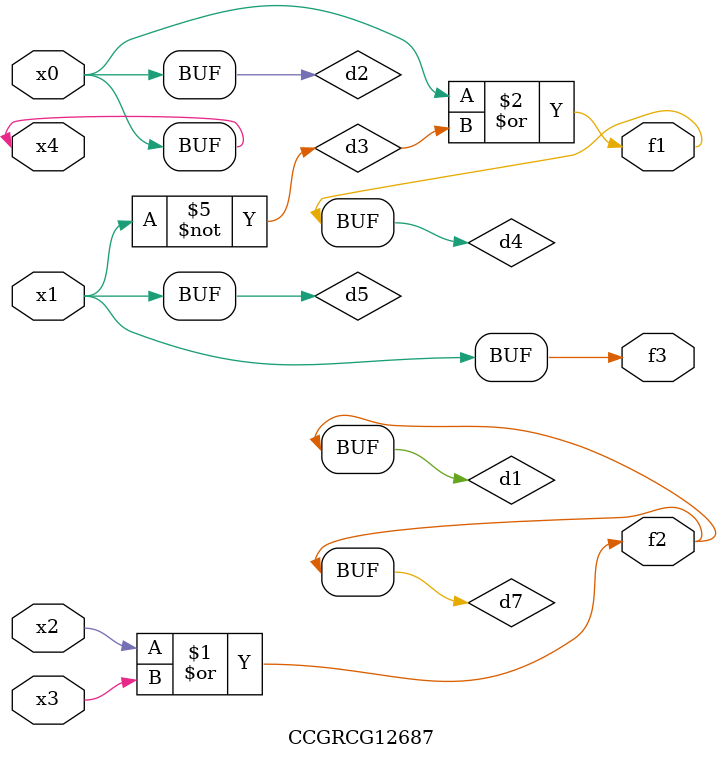
<source format=v>
module CCGRCG12687(
	input x0, x1, x2, x3, x4,
	output f1, f2, f3
);

	wire d1, d2, d3, d4, d5, d6, d7;

	or (d1, x2, x3);
	buf (d2, x0, x4);
	not (d3, x1);
	or (d4, d2, d3);
	not (d5, d3);
	nand (d6, d1, d3);
	or (d7, d1);
	assign f1 = d4;
	assign f2 = d7;
	assign f3 = d5;
endmodule

</source>
